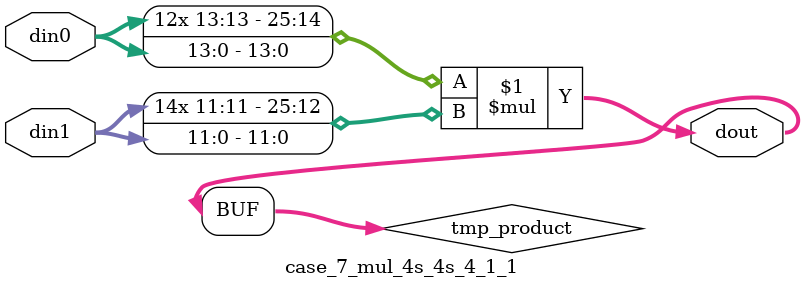
<source format=v>

`timescale 1 ns / 1 ps

 module case_7_mul_4s_4s_4_1_1(din0, din1, dout);
parameter ID = 1;
parameter NUM_STAGE = 0;
parameter din0_WIDTH = 14;
parameter din1_WIDTH = 12;
parameter dout_WIDTH = 26;

input [din0_WIDTH - 1 : 0] din0; 
input [din1_WIDTH - 1 : 0] din1; 
output [dout_WIDTH - 1 : 0] dout;

wire signed [dout_WIDTH - 1 : 0] tmp_product;



























assign tmp_product = $signed(din0) * $signed(din1);








assign dout = tmp_product;





















endmodule

</source>
